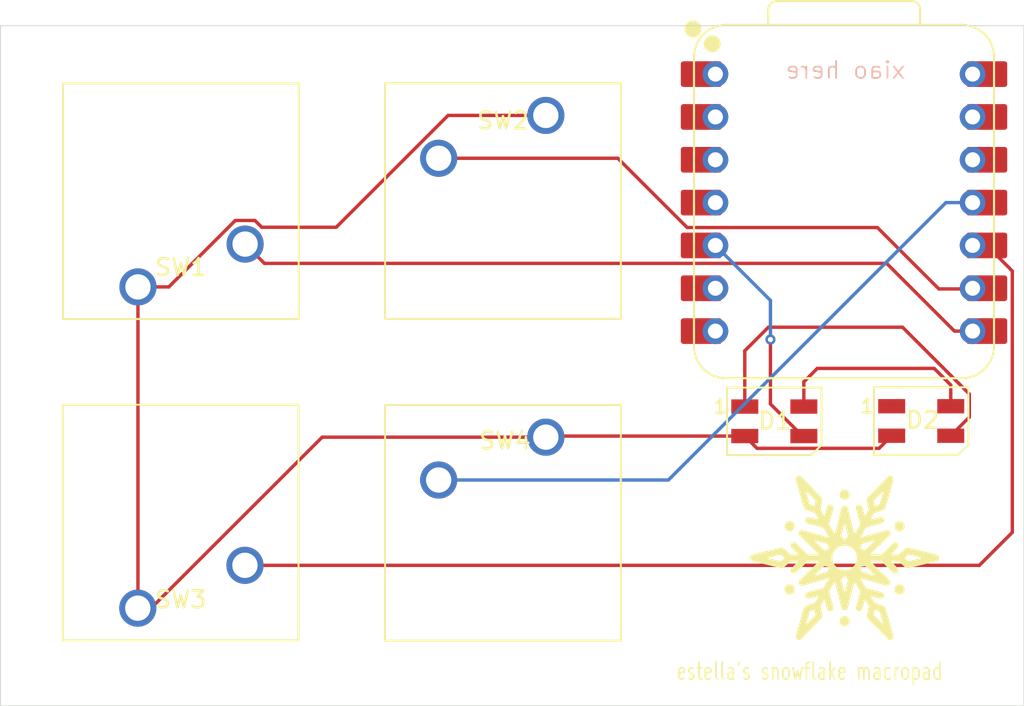
<source format=kicad_pcb>
(kicad_pcb (version 20241229) (generator "pcbnew") (generator_version "9.0")
  (layers (0 "F.Cu" signal) (2 "B.Cu" signal) (13 "F.Paste" user) (15 "B.Paste" user) (5 "F.SilkS" user "F.Silkscreen") (7 "B.SilkS" user "B.Silkscreen") (1 "F.Mask" user) (3 "B.Mask" user) (25 "Edge.Cuts" user))
  (net 0 "")
  (net 1 "Net-(D1-DOUT)")
  (net 2 "GND")
  (net 3 "Net-(D1-DIN)")
  (net 4 "+5V")
  (net 6 "Net-(U1-GPIO1{slash}RX)")
  (net 7 "Net-(U1-GPIO2{slash}SCK)")
  (net 8 "Net-(U1-GPIO4{slash}MISO)")
  (net 9 "Net-(U1-GPIO3{slash}MOSI)")
  (footprint "LED_SMD:LED_SK6812MINI_PLCC4_3.5x3.5mm_P1.75mm" (layer "F.Cu") (at 170.21 101.82)
    (property "Reference" "D1" (at 0.035 -0.025 0) (layer "F.SilkS"))
    (property "Value" "SK6812MINI")
    (fp_text user "1" (at -3.2 -0.875 0) (layer "F.SilkS") (effects (font (size 0.8 0.8))))
    (pad "1" smd rect (at -1.75 -0.875) (size 1.6 0.85) (layers "F.Cu" "F.Mask" "F.Paste") (net 1 "Net-(D1-DOUT)"))
    (pad "2" smd rect (at -1.75 0.875) (size 1.6 0.85) (layers "F.Cu" "F.Mask" "F.Paste") (net 2 "GND"))
    (pad "3" smd rect (at 1.75 0.875) (size 1.6 0.85) (layers "F.Cu" "F.Mask" "F.Paste") (net 3 "Net-(D1-DIN)"))
    (pad "4" smd rect (at 1.75 -0.875) (size 1.6 0.85) (layers "F.Cu" "F.Mask" "F.Paste") (net 4 "+5V"))
  )
  (footprint "Button_Switch_Keyboard:SW_Cherry_MX_1.00u_PCB" (layer "F.Cu") (at 132.5 93.85 180)
    (property "Reference" "SW1" (at -2.54 1.16 0) (layer "F.SilkS"))
    (property "Value" "SW_Push")
    (pad "" np_thru_hole circle (at -7.62 5.08 180) (size 1.7 1.7) (drill 1.7) (layers "*.Cu" "*.Mask"))
    (pad "" np_thru_hole circle (at -2.54 5.08 180) (size 4 4) (drill 4) (layers "*.Cu" "*.Mask"))
    (pad "" np_thru_hole circle (at 2.54 5.08 180) (size 1.7 1.7) (drill 1.7) (layers "*.Cu" "*.Mask"))
    (pad "1" thru_hole circle (at 0 0 180) (size 2.2 2.2) (drill 1.5) (layers "*.Cu" "*.Mask") (net 2 "GND"))
    (pad "2" thru_hole circle (at -6.35 2.54 180) (size 2.2 2.2) (drill 1.5) (layers "*.Cu" "*.Mask") (net 6 "Net-(U1-GPIO1{slash}RX)"))
  )
  (footprint "Graphics:Untitled" (layer "F.Cu") (at 174.42 109.89 90)
    (property "Reference" "G***" (hide yes))
    (property "Value" "LOGO" (hide yes))
  )
  (footprint "OPL:XIAO-RP2040-DIP" (layer "F.Cu") (at 174.34 88.85)
    (property "Reference" "U1" (hide yes))
    (property "Value" "XIAO-RP2040-DIP")
    (pad "1" smd roundrect (at -8.455 -7.62 180) (size 2.432 1.524) (layers "F.Cu" "F.Mask") (roundrect_rratio 0.1))
    (pad "1" thru_hole circle (at -7.62 -7.62 180) (size 1.524 1.524) (drill 0.889) (layers "*.Cu" "*.Mask"))
    (pad "2" smd roundrect (at -8.455 -5.08 180) (size 2.432 1.524) (layers "F.Cu" "F.Mask") (roundrect_rratio 0.1))
    (pad "2" thru_hole circle (at -7.62 -5.08 180) (size 1.524 1.524) (drill 0.889) (layers "*.Cu" "*.Mask"))
    (pad "3" smd roundrect (at -8.455 -2.54 180) (size 2.432 1.524) (layers "F.Cu" "F.Mask") (roundrect_rratio 0.1))
    (pad "3" thru_hole circle (at -7.62 -2.54 180) (size 1.524 1.524) (drill 0.889) (layers "*.Cu" "*.Mask"))
    (pad "4" smd roundrect (at -8.455 0 180) (size 2.432 1.524) (layers "F.Cu" "F.Mask") (roundrect_rratio 0.1))
    (pad "4" thru_hole circle (at -7.62 0 180) (size 1.524 1.524) (drill 0.889) (layers "*.Cu" "*.Mask"))
    (pad "5" smd roundrect (at -8.455 2.54 180) (size 2.432 1.524) (layers "F.Cu" "F.Mask") (roundrect_rratio 0.1) (net 3 "Net-(D1-DIN)"))
    (pad "5" thru_hole circle (at -7.62 2.54 180) (size 1.524 1.524) (drill 0.889) (layers "*.Cu" "*.Mask") (net 3 "Net-(D1-DIN)"))
    (pad "6" smd roundrect (at -8.455 5.08 180) (size 2.432 1.524) (layers "F.Cu" "F.Mask") (roundrect_rratio 0.1))
    (pad "6" thru_hole circle (at -7.62 5.08 180) (size 1.524 1.524) (drill 0.889) (layers "*.Cu" "*.Mask"))
    (pad "7" smd roundrect (at -8.455 7.62 180) (size 2.432 1.524) (layers "F.Cu" "F.Mask") (roundrect_rratio 0.1))
    (pad "7" thru_hole circle (at -7.62 7.62 180) (size 1.524 1.524) (drill 0.889) (layers "*.Cu" "*.Mask"))
    (pad "8" thru_hole circle (at 7.62 7.62) (size 1.524 1.524) (drill 0.889) (layers "*.Cu" "*.Mask") (net 6 "Net-(U1-GPIO1{slash}RX)"))
    (pad "8" smd roundrect (at 8.455 7.62) (size 2.432 1.524) (layers "F.Cu" "F.Mask") (roundrect_rratio 0.1) (net 6 "Net-(U1-GPIO1{slash}RX)"))
    (pad "9" thru_hole circle (at 7.62 5.08) (size 1.524 1.524) (drill 0.889) (layers "*.Cu" "*.Mask") (net 7 "Net-(U1-GPIO2{slash}SCK)"))
    (pad "9" smd roundrect (at 8.455 5.08) (size 2.432 1.524) (layers "F.Cu" "F.Mask") (roundrect_rratio 0.1) (net 7 "Net-(U1-GPIO2{slash}SCK)"))
    (pad "10" thru_hole circle (at 7.62 2.54) (size 1.524 1.524) (drill 0.889) (layers "*.Cu" "*.Mask") (net 8 "Net-(U1-GPIO4{slash}MISO)"))
    (pad "10" smd roundrect (at 8.455 2.54) (size 2.432 1.524) (layers "F.Cu" "F.Mask") (roundrect_rratio 0.1) (net 8 "Net-(U1-GPIO4{slash}MISO)"))
    (pad "11" thru_hole circle (at 7.62 0) (size 1.524 1.524) (drill 0.889) (layers "*.Cu" "*.Mask") (net 9 "Net-(U1-GPIO3{slash}MOSI)"))
    (pad "11" smd roundrect (at 8.455 0) (size 2.432 1.524) (layers "F.Cu" "F.Mask") (roundrect_rratio 0.1) (net 9 "Net-(U1-GPIO3{slash}MOSI)"))
    (pad "12" thru_hole circle (at 7.62 -2.54) (size 1.524 1.524) (drill 0.889) (layers "*.Cu" "*.Mask"))
    (pad "12" smd roundrect (at 8.455 -2.54) (size 2.432 1.524) (layers "F.Cu" "F.Mask") (roundrect_rratio 0.1))
    (pad "13" thru_hole circle (at 7.62 -5.08) (size 1.524 1.524) (drill 0.889) (layers "*.Cu" "*.Mask"))
    (pad "13" smd roundrect (at 8.455 -5.08) (size 2.432 1.524) (layers "F.Cu" "F.Mask") (roundrect_rratio 0.1))
    (pad "14" thru_hole circle (at 7.62 -7.62) (size 1.524 1.524) (drill 0.889) (layers "*.Cu" "*.Mask"))
    (pad "14" smd roundrect (at 8.455 -7.62) (size 2.432 1.524) (layers "F.Cu" "F.Mask") (roundrect_rratio 0.1))
  )
  (footprint "LED_SMD:LED_SK6812MINI_PLCC4_3.5x3.5mm_P1.75mm" (layer "F.Cu") (at 178.915 101.8)
    (property "Reference" "D2" (at 0.08 -0.055 0) (layer "F.SilkS"))
    (property "Value" "SK6812MINI")
    (fp_text user "1" (at -3.2 -0.875 0) (layer "F.SilkS") (effects (font (size 0.8 0.8))))
    (pad "1" smd rect (at -1.75 -0.875) (size 1.6 0.85) (layers "F.Cu" "F.Mask" "F.Paste"))
    (pad "2" smd rect (at -1.75 0.875) (size 1.6 0.85) (layers "F.Cu" "F.Mask" "F.Paste") (net 2 "GND"))
    (pad "3" smd rect (at 1.75 0.875) (size 1.6 0.85) (layers "F.Cu" "F.Mask" "F.Paste") (net 1 "Net-(D1-DOUT)"))
    (pad "4" smd rect (at 1.75 -0.875) (size 1.6 0.85) (layers "F.Cu" "F.Mask" "F.Paste") (net 4 "+5V"))
  )
  (footprint "Button_Switch_Keyboard:SW_Cherry_MX_1.00u_PCB" (layer "F.Cu") (at 156.67 102.76)
    (property "Reference" "SW4" (at -2.42 0.21 0) (layer "F.SilkS"))
    (property "Value" "SW_Push")
    (pad "" np_thru_hole circle (at -7.62 5.08) (size 1.7 1.7) (drill 1.7) (layers "*.Cu" "*.Mask"))
    (pad "" np_thru_hole circle (at -2.54 5.08) (size 4 4) (drill 4) (layers "*.Cu" "*.Mask"))
    (pad "" np_thru_hole circle (at 2.54 5.08) (size 1.7 1.7) (drill 1.7) (layers "*.Cu" "*.Mask"))
    (pad "1" thru_hole circle (at 0 0) (size 2.2 2.2) (drill 1.5) (layers "*.Cu" "*.Mask") (net 2 "GND"))
    (pad "2" thru_hole circle (at -6.35 2.54) (size 2.2 2.2) (drill 1.5) (layers "*.Cu" "*.Mask") (net 9 "Net-(U1-GPIO3{slash}MOSI)"))
  )
  (footprint "Button_Switch_Keyboard:SW_Cherry_MX_1.00u_PCB" (layer "F.Cu") (at 156.67 83.68)
    (property "Reference" "SW2" (at -2.54 0.31 0) (layer "F.SilkS"))
    (property "Value" "SW_Push")
    (pad "" np_thru_hole circle (at -7.62 5.08) (size 1.7 1.7) (drill 1.7) (layers "*.Cu" "*.Mask"))
    (pad "" np_thru_hole circle (at -2.54 5.08) (size 4 4) (drill 4) (layers "*.Cu" "*.Mask"))
    (pad "" np_thru_hole circle (at 2.54 5.08) (size 1.7 1.7) (drill 1.7) (layers "*.Cu" "*.Mask"))
    (pad "1" thru_hole circle (at 0 0) (size 2.2 2.2) (drill 1.5) (layers "*.Cu" "*.Mask") (net 2 "GND"))
    (pad "2" thru_hole circle (at -6.35 2.54) (size 2.2 2.2) (drill 1.5) (layers "*.Cu" "*.Mask") (net 7 "Net-(U1-GPIO2{slash}SCK)"))
  )
  (footprint "Button_Switch_Keyboard:SW_Cherry_MX_1.00u_PCB" (layer "F.Cu") (at 132.49 112.9 180)
    (property "Reference" "SW3" (at -2.54 0.51 0) (layer "F.SilkS"))
    (property "Value" "SW_Push")
    (pad "" np_thru_hole circle (at -7.62 5.08 180) (size 1.7 1.7) (drill 1.7) (layers "*.Cu" "*.Mask"))
    (pad "" np_thru_hole circle (at -2.54 5.08 180) (size 4 4) (drill 4) (layers "*.Cu" "*.Mask"))
    (pad "" np_thru_hole circle (at 2.54 5.08 180) (size 1.7 1.7) (drill 1.7) (layers "*.Cu" "*.Mask"))
    (pad "1" thru_hole circle (at 0 0 180) (size 2.2 2.2) (drill 1.5) (layers "*.Cu" "*.Mask") (net 2 "GND"))
    (pad "2" thru_hole circle (at -6.35 2.54 180) (size 2.2 2.2) (drill 1.5) (layers "*.Cu" "*.Mask") (net 8 "Net-(U1-GPIO4{slash}MISO)"))
  )
  (gr_rect (start 124.35 78.36) (end 185 118.69) (stroke (width 0.05)) (fill no) (layer "Edge.Cuts"))
  (gr_text "estella's snowflake macropad\n" (at 164.35 117.23 0) (layer "F.SilkS") (effects (font (size 1 0.7) (thickness 0.1)) (justify left bottom)))
  (gr_text "xiao here" (at 178.03 81.58 0) (layer "B.SilkS") (effects (font (size 1 1) (thickness 0.1)) (justify left bottom mirror)))
  (segment (start 181.766 101.574) (end 180.665 102.675) (width 0.2) (layer "F.Cu") (net 1))
  (segment (start 168.46 97.640057) (end 169.860057 96.24) (width 0.2) (layer "F.Cu") (net 1))
  (segment (start 168.46 100.945) (end 168.46 97.640057) (width 0.2) (layer "F.Cu") (net 1))
  (segment (start 169.860057 96.24) (end 177.807 96.24) (width 0.2) (layer "F.Cu") (net 1))
  (segment (start 177.807 96.24) (end 181.766 100.199) (width 0.2) (layer "F.Cu") (net 1))
  (segment (start 181.766 100.199) (end 181.766 101.574) (width 0.2) (layer "F.Cu") (net 1))
  (segment (start 132.5 93.85) (end 134.328686 93.85) (width 0.2) (layer "F.Cu") (net 2))
  (segment (start 168.46 102.695) (end 156.735 102.695) (width 0.2) (layer "F.Cu") (net 2))
  (segment (start 156.67 102.76) (end 143.414816 102.76) (width 0.2) (layer "F.Cu") (net 2))
  (segment (start 139.833722 90.312408) (end 144.246278 90.312408) (width 0.2) (layer "F.Cu") (net 2))
  (segment (start 143.414816 102.76) (end 133.274816 112.9) (width 0.2) (layer "F.Cu") (net 2))
  (segment (start 144.246278 90.312408) (end 150.878686 83.68) (width 0.2) (layer "F.Cu") (net 2))
  (segment (start 139.430314 89.909) (end 139.833722 90.312408) (width 0.2) (layer "F.Cu") (net 2))
  (segment (start 176.419 103.421) (end 169.186 103.421) (width 0.2) (layer "F.Cu") (net 2))
  (segment (start 169.186 103.421) (end 168.46 102.695) (width 0.2) (layer "F.Cu") (net 2))
  (segment (start 132.5 93.85) (end 132.5 112.89) (width 0.2) (layer "F.Cu") (net 2))
  (segment (start 134.328686 93.85) (end 138.269686 89.909) (width 0.2) (layer "F.Cu") (net 2))
  (segment (start 138.269686 89.909) (end 139.430314 89.909) (width 0.2) (layer "F.Cu") (net 2))
  (segment (start 177.165 102.675) (end 176.419 103.421) (width 0.2) (layer "F.Cu") (net 2))
  (segment (start 156.735 102.695) (end 156.67 102.76) (width 0.2) (layer "F.Cu") (net 2))
  (segment (start 150.878686 83.68) (end 156.67 83.68) (width 0.2) (layer "F.Cu") (net 2))
  (segment (start 133.274816 112.9) (end 132.49 112.9) (width 0.2) (layer "F.Cu") (net 2))
  (segment (start 132.5 112.89) (end 132.49 112.9) (width 0.2) (layer "F.Cu") (net 2))
  (segment (start 171.883 102.695) (end 171.96 102.695) (width 0.2) (layer "F.Cu") (net 3))
  (segment (start 169.98 100.792) (end 171.883 102.695) (width 0.2) (layer "F.Cu") (net 3))
  (segment (start 169.98 96.97) (end 169.98 100.792) (width 0.2) (layer "F.Cu") (net 3))
  (via (at 169.98 96.97) (size 0.6) (drill 0.3) (layers "F.Cu" "B.Cu") (net 3))
  (segment (start 166.72 91.39) (end 169.98 94.65) (width 0.2) (layer "B.Cu") (net 3))
  (segment (start 169.98 94.65) (end 169.98 96.97) (width 0.2) (layer "B.Cu") (net 3))
  (segment (start 172.76 98.68) (end 171.96 99.48) (width 0.2) (layer "F.Cu") (net 4))
  (segment (start 180.665 99.665) (end 179.68 98.68) (width 0.2) (layer "F.Cu") (net 4))
  (segment (start 179.68 98.68) (end 172.76 98.68) (width 0.2) (layer "F.Cu") (net 4))
  (segment (start 180.665 100.925) (end 180.665 99.665) (width 0.2) (layer "F.Cu") (net 4))
  (segment (start 171.96 99.48) (end 171.96 100.945) (width 0.2) (layer "F.Cu") (net 4))
  (segment (start 138.85 91.31) (end 139.993 92.453) (width 0.2) (layer "F.Cu") (net 6))
  (segment (start 139.993 92.453) (end 176.86537 92.453) (width 0.2) (layer "F.Cu") (net 6))
  (segment (start 180.88237 96.47) (end 182.795 96.47) (width 0.2) (layer "F.Cu") (net 6))
  (segment (start 176.86537 92.453) (end 180.88237 96.47) (width 0.2) (layer "F.Cu") (net 6))
  (segment (start 176.317 90.327) (end 179.96 93.97) (width 0.2) (layer "F.Cu") (net 7))
  (segment (start 150.32 86.22) (end 160.936374 86.22) (width 0.2) (layer "F.Cu") (net 7))
  (segment (start 160.936374 86.22) (end 165.043374 90.327) (width 0.2) (layer "F.Cu") (net 7))
  (segment (start 182.835 93.97) (end 182.795 93.93) (width 0.2) (layer "F.Cu") (net 7))
  (segment (start 179.96 93.97) (end 182.835 93.97) (width 0.2) (layer "F.Cu") (net 7))
  (segment (start 165.043374 90.327) (end 176.317 90.327) (width 0.2) (layer "F.Cu") (net 7))
  (segment (start 184.312 108.408) (end 184.312 92.907) (width 0.2) (layer "F.Cu") (net 8))
  (segment (start 138.84 110.36) (end 182.36 110.36) (width 0.2) (layer "F.Cu") (net 8))
  (segment (start 182.36 110.36) (end 184.312 108.408) (width 0.2) (layer "F.Cu") (net 8))
  (segment (start 184.312 92.907) (end 182.795 91.39) (width 0.2) (layer "F.Cu") (net 8))
  (segment (start 163.93 105.3) (end 180.38 88.85) (width 0.2) (layer "B.Cu") (net 9))
  (segment (start 150.32 105.3) (end 163.93 105.3) (width 0.2) (layer "B.Cu") (net 9))
  (segment (start 180.38 88.85) (end 181.96 88.85) (width 0.2) (layer "B.Cu") (net 9))
)
</source>
